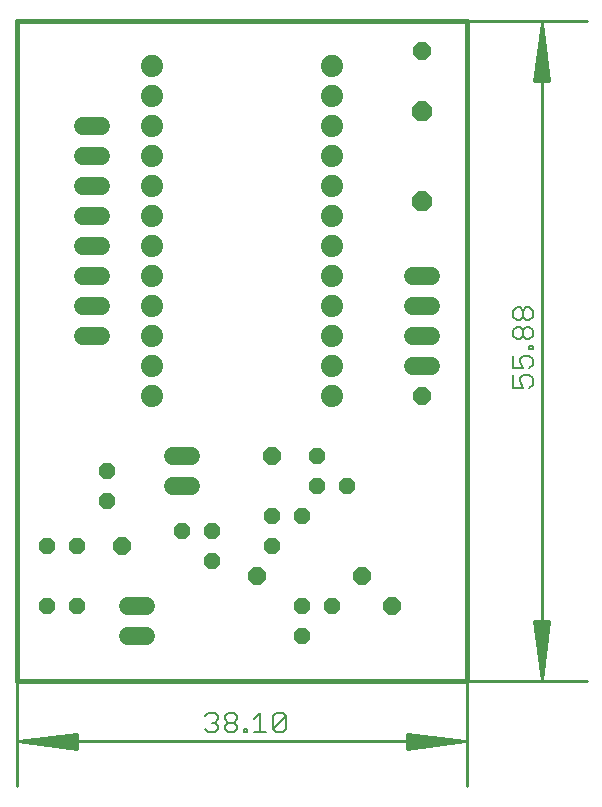
<source format=gtl>
G75*
%MOIN*%
%OFA0B0*%
%FSLAX25Y25*%
%IPPOS*%
%LPD*%
%AMOC8*
5,1,8,0,0,1.08239X$1,22.5*
%
%ADD10C,0.01600*%
%ADD11C,0.01000*%
%ADD12C,0.00600*%
%ADD13C,0.07400*%
%ADD14OC8,0.06600*%
%ADD15OC8,0.06000*%
%ADD16C,0.06000*%
%ADD17OC8,0.05200*%
D10*
X0001800Y0036500D02*
X0151800Y0036500D01*
X0151800Y0256500D01*
X0001800Y0256500D01*
X0001800Y0036500D01*
D11*
X0001800Y0001500D01*
X0002300Y0016500D02*
X0021800Y0014500D01*
X0021800Y0014044D02*
X0002300Y0016500D01*
X0021800Y0018500D01*
X0021800Y0018956D02*
X0021800Y0014044D01*
X0021800Y0015500D02*
X0002300Y0016500D01*
X0021800Y0017500D01*
X0021800Y0018956D02*
X0002300Y0016500D01*
X0151300Y0016500D01*
X0131800Y0014500D01*
X0131800Y0014044D02*
X0151300Y0016500D01*
X0131800Y0018500D01*
X0131800Y0018956D02*
X0131800Y0014044D01*
X0131800Y0015500D02*
X0151300Y0016500D01*
X0131800Y0017500D01*
X0131800Y0018956D02*
X0151300Y0016500D01*
X0151800Y0001500D02*
X0151800Y0036500D01*
X0191800Y0036500D01*
X0176800Y0037000D02*
X0177800Y0056500D01*
X0178800Y0056500D02*
X0176800Y0037000D01*
X0174800Y0056500D01*
X0174344Y0056500D02*
X0179256Y0056500D01*
X0176800Y0037000D01*
X0175800Y0056500D01*
X0174344Y0056500D02*
X0176800Y0037000D01*
X0176800Y0256000D01*
X0178800Y0236500D01*
X0179256Y0236500D02*
X0176800Y0256000D01*
X0174800Y0236500D01*
X0174344Y0236500D02*
X0179256Y0236500D01*
X0177800Y0236500D02*
X0176800Y0256000D01*
X0175800Y0236500D01*
X0174344Y0236500D02*
X0176800Y0256000D01*
X0191800Y0256500D02*
X0151800Y0256500D01*
D12*
X0168412Y0161154D02*
X0169480Y0161154D01*
X0170547Y0160087D01*
X0170547Y0157952D01*
X0169480Y0156884D01*
X0168412Y0156884D01*
X0167345Y0157952D01*
X0167345Y0160087D01*
X0168412Y0161154D01*
X0170547Y0160087D02*
X0171615Y0161154D01*
X0172682Y0161154D01*
X0173750Y0160087D01*
X0173750Y0157952D01*
X0172682Y0156884D01*
X0171615Y0156884D01*
X0170547Y0157952D01*
X0169480Y0154709D02*
X0170547Y0153641D01*
X0170547Y0151506D01*
X0169480Y0150439D01*
X0168412Y0150439D01*
X0167345Y0151506D01*
X0167345Y0153641D01*
X0168412Y0154709D01*
X0169480Y0154709D01*
X0170547Y0153641D02*
X0171615Y0154709D01*
X0172682Y0154709D01*
X0173750Y0153641D01*
X0173750Y0151506D01*
X0172682Y0150439D01*
X0171615Y0150439D01*
X0170547Y0151506D01*
X0172682Y0148283D02*
X0173750Y0148283D01*
X0173750Y0147216D01*
X0172682Y0147216D01*
X0172682Y0148283D01*
X0172682Y0145041D02*
X0170547Y0145041D01*
X0169480Y0143973D01*
X0169480Y0142906D01*
X0170547Y0140770D01*
X0167345Y0140770D01*
X0167345Y0145041D01*
X0172682Y0145041D02*
X0173750Y0143973D01*
X0173750Y0141838D01*
X0172682Y0140770D01*
X0172682Y0138595D02*
X0170547Y0138595D01*
X0169480Y0137528D01*
X0169480Y0136460D01*
X0170547Y0134325D01*
X0167345Y0134325D01*
X0167345Y0138595D01*
X0172682Y0138595D02*
X0173750Y0137528D01*
X0173750Y0135392D01*
X0172682Y0134325D01*
X0090387Y0025955D02*
X0091454Y0024888D01*
X0087184Y0020618D01*
X0088252Y0019550D01*
X0090387Y0019550D01*
X0091454Y0020618D01*
X0091454Y0024888D01*
X0090387Y0025955D02*
X0088252Y0025955D01*
X0087184Y0024888D01*
X0087184Y0020618D01*
X0085009Y0019550D02*
X0080739Y0019550D01*
X0082874Y0019550D02*
X0082874Y0025955D01*
X0080739Y0023820D01*
X0078583Y0020618D02*
X0078583Y0019550D01*
X0077516Y0019550D01*
X0077516Y0020618D01*
X0078583Y0020618D01*
X0075341Y0020618D02*
X0074273Y0019550D01*
X0072138Y0019550D01*
X0071070Y0020618D01*
X0071070Y0021685D01*
X0072138Y0022753D01*
X0074273Y0022753D01*
X0075341Y0021685D01*
X0075341Y0020618D01*
X0074273Y0022753D02*
X0075341Y0023820D01*
X0075341Y0024888D01*
X0074273Y0025955D01*
X0072138Y0025955D01*
X0071070Y0024888D01*
X0071070Y0023820D01*
X0072138Y0022753D01*
X0068895Y0023820D02*
X0067828Y0022753D01*
X0068895Y0021685D01*
X0068895Y0020618D01*
X0067828Y0019550D01*
X0065692Y0019550D01*
X0064625Y0020618D01*
X0066760Y0022753D02*
X0067828Y0022753D01*
X0068895Y0023820D02*
X0068895Y0024888D01*
X0067828Y0025955D01*
X0065692Y0025955D01*
X0064625Y0024888D01*
D13*
X0046800Y0131500D03*
X0046800Y0141500D03*
X0046800Y0151500D03*
X0046800Y0161500D03*
X0046800Y0171500D03*
X0046800Y0181500D03*
X0046800Y0191500D03*
X0046800Y0201500D03*
X0046800Y0211500D03*
X0046800Y0221500D03*
X0046800Y0231500D03*
X0046800Y0241500D03*
X0106800Y0241500D03*
X0106800Y0231500D03*
X0106800Y0221500D03*
X0106800Y0211500D03*
X0106800Y0201500D03*
X0106800Y0191500D03*
X0106800Y0181500D03*
X0106800Y0171500D03*
X0106800Y0161500D03*
X0106800Y0151500D03*
X0106800Y0141500D03*
X0106800Y0131500D03*
D14*
X0136800Y0196500D03*
X0136800Y0226500D03*
D15*
X0136800Y0246500D03*
X0136800Y0131500D03*
X0116800Y0071500D03*
X0126800Y0061500D03*
X0086800Y0111500D03*
X0081800Y0071500D03*
X0036800Y0081500D03*
D16*
X0038800Y0061500D02*
X0044800Y0061500D01*
X0044800Y0051500D02*
X0038800Y0051500D01*
X0053800Y0101500D02*
X0059800Y0101500D01*
X0059800Y0111500D02*
X0053800Y0111500D01*
X0029800Y0151500D02*
X0023800Y0151500D01*
X0023800Y0161500D02*
X0029800Y0161500D01*
X0029800Y0171500D02*
X0023800Y0171500D01*
X0023800Y0181500D02*
X0029800Y0181500D01*
X0029800Y0191500D02*
X0023800Y0191500D01*
X0023800Y0201500D02*
X0029800Y0201500D01*
X0029800Y0211500D02*
X0023800Y0211500D01*
X0023800Y0221500D02*
X0029800Y0221500D01*
X0133800Y0171500D02*
X0139800Y0171500D01*
X0139800Y0161500D02*
X0133800Y0161500D01*
X0133800Y0151500D02*
X0139800Y0151500D01*
X0139800Y0141500D02*
X0133800Y0141500D01*
D17*
X0111800Y0101500D03*
X0101800Y0101500D03*
X0101800Y0111500D03*
X0096800Y0091500D03*
X0086800Y0091500D03*
X0086800Y0081500D03*
X0096800Y0061500D03*
X0096800Y0051500D03*
X0106800Y0061500D03*
X0066800Y0076500D03*
X0066800Y0086500D03*
X0056800Y0086500D03*
X0031800Y0096500D03*
X0031800Y0106500D03*
X0021800Y0081500D03*
X0011800Y0081500D03*
X0011800Y0061500D03*
X0021800Y0061500D03*
M02*

</source>
